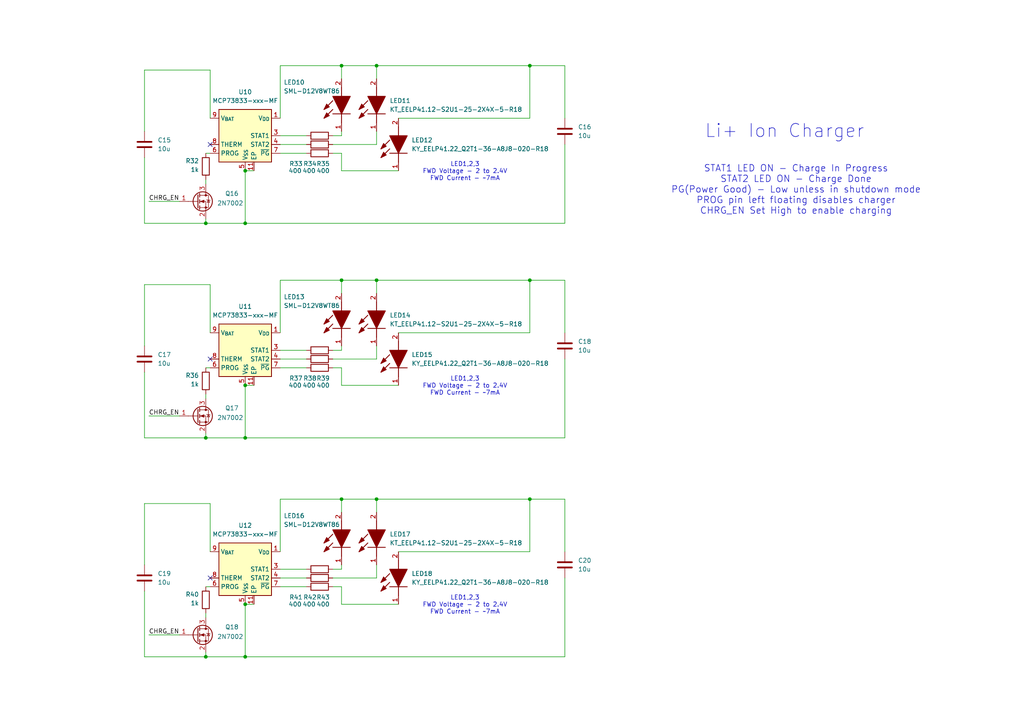
<source format=kicad_sch>
(kicad_sch (version 20231120) (generator "eeschema") (generator_version "8.0")
  (paper "A4")
  (lib_symbols
    (symbol "Battery_Management:MCP73833-xxx-MF"
      (property "Reference" "U" (at -6.35 8.89 0))
      (property "Value" "MCP73833-xxx-MF" (at 10.16 8.89 0))
      (symbol "MCP73833-xxx-MF_1_1"
        (rectangle (start -7.62 7.62) (end 7.62 -7.62) (stroke (width 0.254)) (fill (type background)))
        (pin power_in line (at -10.16 5.08 0) (length 2.54) (name "V_{DD}") (number "1"))
        (pin passive line (at 10.16 5.08 180) (length 2.54) hide (name "V_{BAT}") (number "10"))
        (pin power_in line (at -2.54 -10.16 90) (length 2.54) (name "EP") (number "11"))
        (pin passive line (at -10.16 5.08 0) (length 2.54) hide (name "V_{DD}") (number "2"))
        (pin open_collector line (at -10.16 0 0) (length 2.54) (name "STAT1") (number "3"))
        (pin open_collector line (at -10.16 -2.54 0) (length 2.54) (name "STAT2") (number "4"))
        (pin power_in line (at 0 -10.16 90) (length 2.54) (name "V_{SS}") (number "5"))
        (pin input line (at 10.16 -5.08 180) (length 2.54) (name "PROG") (number "6"))
        (pin open_collector line (at -10.16 -5.08 0) (length 2.54) (name "~{PG}") (number "7"))
        (pin passive line (at 10.16 -2.54 180) (length 2.54) (name "THERM") (number "8"))
        (pin power_out line (at 10.16 5.08 180) (length 2.54) (name "V_{BAT}") (number "9"))
      )
    )
    (symbol "Device:C" (pin_numbers hide) (pin_names (offset 0.254))
      (property "Reference" "C" (at 0.635 2.54 0))
      (property "Value" "C" (at 0.635 -2.54 0))
      (symbol "C_0_1"
        (polyline (pts (xy -2.032 -0.762) (xy 2.032 -0.762)) (stroke (width 0.508)))
        (polyline (pts (xy -2.032 0.762) (xy 2.032 0.762)) (stroke (width 0.508)))
      )
      (symbol "C_1_1"
        (pin passive line (at 0 3.81 270) (length 2.794) (name "~") (number "1"))
        (pin passive line (at 0 -3.81 90) (length 2.794) (name "~") (number "2"))
      )
    )
    (symbol "Device:R" (pin_numbers hide) (pin_names (offset 0))
      (property "Reference" "R" (at 2.032 0 90))
      (property "Value" "R" (at 0 0 90))
      (symbol "R_0_1"
        (rectangle (start -1.016 -2.54) (end 1.016 2.54) (stroke (width 0.254)))
      )
      (symbol "R_1_1"
        (pin passive line (at 0 3.81 270) (length 1.27) (name "~") (number "1"))
        (pin passive line (at 0 -3.81 90) (length 1.27) (name "~") (number "2"))
      )
    )
    (symbol "KT EELP41.12-S2U1-25-2X4X-5-R18:KT_EELP41.12-S2U1-25-2X4X-5-R18" (pin_names hide)
      (property "Reference" "LED" (at 12.7 8.89 0))
      (property "Value" "KT_EELP41.12-S2U1-25-2X4X-5-R18" (at 12.7 6.35 0))
      (symbol "KT_EELP41.12-S2U1-25-2X4X-5-R18_1_1"
        (polyline (pts (xy 2.54 0) (xy 5.08 0)) (stroke (width 0.254)))
        (polyline (pts (xy 5.08 2.54) (xy 5.08 -2.54)) (stroke (width 0.254)))
        (polyline (pts (xy 6.35 2.54) (xy 3.81 5.08)) (stroke (width 0.254)))
        (polyline (pts (xy 8.89 2.54) (xy 6.35 5.08)) (stroke (width 0.254)))
        (polyline (pts (xy 10.16 0) (xy 12.7 0)) (stroke (width 0.254)))
        (polyline (pts (xy 5.08 0) (xy 10.16 2.54) (xy 10.16 -2.54) (xy 5.08 0)) (stroke (width 0.254)) (fill (type outline)))
        (polyline (pts (xy 5.334 4.318) (xy 4.572 3.556) (xy 3.81 5.08) (xy 5.334 4.318)) (stroke (width 0.254)) (fill (type outline)))
        (polyline (pts (xy 7.874 4.318) (xy 7.112 3.556) (xy 6.35 5.08) (xy 7.874 4.318)) (stroke (width 0.254)) (fill (type outline)))
        (pin passive line (at 0 0 0) (length 2.54) (name "K") (number "1"))
        (pin passive line (at 15.24 0 180) (length 2.54) (name "A") (number "2"))
      )
    )
    (symbol "KY EELP41.22 Q2T1-36-A8J8-020-R18:KY_EELP41.22_Q2T1-36-A8J8-020-R18" (pin_names hide)
      (property "Reference" "LED" (at 12.7 8.89 0))
      (property "Value" "KY_EELP41.22_Q2T1-36-A8J8-020-R18" (at 12.7 6.35 0))
      (symbol "KY_EELP41.22_Q2T1-36-A8J8-020-R18_1_1"
        (polyline (pts (xy 2.54 0) (xy 5.08 0)) (stroke (width 0.254)))
        (polyline (pts (xy 5.08 2.54) (xy 5.08 -2.54)) (stroke (width 0.254)))
        (polyline (pts (xy 6.35 2.54) (xy 3.81 5.08)) (stroke (width 0.254)))
        (polyline (pts (xy 8.89 2.54) (xy 6.35 5.08)) (stroke (width 0.254)))
        (polyline (pts (xy 10.16 0) (xy 12.7 0)) (stroke (width 0.254)))
        (polyline (pts (xy 5.08 0) (xy 10.16 2.54) (xy 10.16 -2.54) (xy 5.08 0)) (stroke (width 0.254)) (fill (type outline)))
        (polyline (pts (xy 5.334 4.318) (xy 4.572 3.556) (xy 3.81 5.08) (xy 5.334 4.318)) (stroke (width 0.254)) (fill (type outline)))
        (polyline (pts (xy 7.874 4.318) (xy 7.112 3.556) (xy 6.35 5.08) (xy 7.874 4.318)) (stroke (width 0.254)) (fill (type outline)))
        (pin passive line (at 0 0 0) (length 2.54) (name "K") (number "1"))
        (pin passive line (at 15.24 0 180) (length 2.54) (name "A") (number "2"))
      )
    )
    (symbol "SML-D12V8WT86:SML-D12V8WT86" (pin_names hide)
      (property "Reference" "LED" (at 12.7 8.89 0))
      (property "Value" "SML-D12V8WT86" (at 12.7 6.35 0))
      (symbol "SML-D12V8WT86_1_1"
        (polyline (pts (xy 2.54 0) (xy 5.08 0)) (stroke (width 0.254)))
        (polyline (pts (xy 5.08 2.54) (xy 5.08 -2.54)) (stroke (width 0.254)))
        (polyline (pts (xy 6.35 2.54) (xy 3.81 5.08)) (stroke (width 0.254)))
        (polyline (pts (xy 8.89 2.54) (xy 6.35 5.08)) (stroke (width 0.254)))
        (polyline (pts (xy 10.16 0) (xy 12.7 0)) (stroke (width 0.254)))
        (polyline (pts (xy 5.08 0) (xy 10.16 2.54) (xy 10.16 -2.54) (xy 5.08 0)) (stroke (width 0.254)) (fill (type outline)))
        (polyline (pts (xy 5.334 4.318) (xy 4.572 3.556) (xy 3.81 5.08) (xy 5.334 4.318)) (stroke (width 0.254)) (fill (type outline)))
        (polyline (pts (xy 7.874 4.318) (xy 7.112 3.556) (xy 6.35 5.08) (xy 7.874 4.318)) (stroke (width 0.254)) (fill (type outline)))
        (pin passive line (at 0 0 0) (length 2.54) (name "K") (number "1"))
        (pin passive line (at 15.24 0 180) (length 2.54) (name "A") (number "2"))
      )
    )
    (symbol "Transistor_FET:2N7002" (pin_names hide)
      (property "Reference" "Q" (at 5.08 1.905 0))
      (property "Value" "2N7002" (at 5.08 0 0))
      (symbol "2N7002_0_1"
        (polyline (pts (xy 0.254 0) (xy -2.54 0)))
        (polyline (pts (xy 0.254 1.905) (xy 0.254 -1.905)) (stroke (width 0.254)))
        (polyline (pts (xy 0.762 -1.27) (xy 0.762 -2.286)) (stroke (width 0.254)))
        (polyline (pts (xy 0.762 0.508) (xy 0.762 -0.508)) (stroke (width 0.254)))
        (polyline (pts (xy 0.762 2.286) (xy 0.762 1.27)) (stroke (width 0.254)))
        (polyline (pts (xy 2.54 2.54) (xy 2.54 1.778)))
        (polyline (pts (xy 2.54 -2.54) (xy 2.54 0) (xy 0.762 0)))
        (polyline (pts (xy 0.762 -1.778) (xy 3.302 -1.778) (xy 3.302 1.778) (xy 0.762 1.778)))
        (polyline (pts (xy 1.016 0) (xy 2.032 0.381) (xy 2.032 -0.381) (xy 1.016 0)) (fill (type outline)))
        (polyline (pts (xy 2.794 0.508) (xy 2.921 0.381) (xy 3.683 0.381) (xy 3.81 0.254)))
        (polyline (pts (xy 3.302 0.381) (xy 2.921 -0.254) (xy 3.683 -0.254) (xy 3.302 0.381)))
        (circle (center 1.651 0) (radius 2.794) (stroke (width 0.254)))
        (circle (center 2.54 -1.778) (radius 0.254) (fill (type outline)))
        (circle (center 2.54 1.778) (radius 0.254) (fill (type outline)))
      )
      (symbol "2N7002_1_1"
        (pin input line (at -5.08 0 0) (length 2.54) (name "G") (number "1"))
        (pin passive line (at 2.54 -5.08 90) (length 2.54) (name "S") (number "2"))
        (pin passive line (at 2.54 5.08 270) (length 2.54) (name "D") (number "3"))
      )
    )
  )
  (junction (at 71.12 190.5))
  (junction (at 71.12 127))
  (junction (at 59.69 190.5))
  (junction (at 153.67 19.05))
  (junction (at 99.06 144.78))
  (junction (at 71.12 64.77))
  (junction (at 59.69 127))
  (junction (at 59.69 64.77))
  (junction (at 99.06 81.28))
  (junction (at 109.22 144.78))
  (junction (at 153.67 81.28))
  (junction (at 71.12 175.26))
  (junction (at 71.12 111.76))
  (junction (at 109.22 19.05))
  (junction (at 109.22 81.28))
  (junction (at 153.67 144.78))
  (junction (at 99.06 19.05))
  (junction (at 71.12 49.53))
  (no_connect (at 60.96 41.91))
  (no_connect (at 60.96 104.14))
  (no_connect (at 60.96 167.64))
  (wire (pts (xy 163.83 104.14) (xy 163.83 127)))
  (wire (pts (xy 60.96 146.05) (xy 60.96 160.02)))
  (wire (pts (xy 99.06 144.78) (xy 109.22 144.78)))
  (wire (pts (xy 163.83 144.78) (xy 163.83 160.02)))
  (wire (pts (xy 99.06 81.28) (xy 109.22 81.28)))
  (wire (pts (xy 81.28 39.37) (xy 88.9 39.37)))
  (wire (pts (xy 99.06 144.78) (xy 99.06 148.59)))
  (wire (pts (xy 99.06 100.33) (xy 99.06 101.6)))
  (wire (pts (xy 153.67 96.52) (xy 153.67 81.28)))
  (wire (pts (xy 60.96 82.55) (xy 60.96 96.52)))
  (wire (pts (xy 109.22 41.91) (xy 109.22 38.1)))
  (wire (pts (xy 43.18 58.42) (xy 52.07 58.42)))
  (wire (pts (xy 163.83 167.64) (xy 163.83 190.5)))
  (wire (pts (xy 153.67 19.05) (xy 163.83 19.05)))
  (wire (pts (xy 109.22 104.14) (xy 109.22 100.33)))
  (wire (pts (xy 99.06 19.05) (xy 99.06 22.86)))
  (wire (pts (xy 41.91 20.32) (xy 60.96 20.32)))
  (wire (pts (xy 153.67 81.28) (xy 109.22 81.28)))
  (wire (pts (xy 71.12 64.77) (xy 163.83 64.77)))
  (wire (pts (xy 163.83 41.91) (xy 163.83 64.77)))
  (wire (pts (xy 59.69 106.68) (xy 60.96 106.68)))
  (wire (pts (xy 81.28 104.14) (xy 88.9 104.14)))
  (wire (pts (xy 71.12 49.53) (xy 71.12 64.77)))
  (wire (pts (xy 99.06 163.83) (xy 99.06 165.1)))
  (wire (pts (xy 81.28 19.05) (xy 81.28 34.29)))
  (wire (pts (xy 81.28 165.1) (xy 88.9 165.1)))
  (wire (pts (xy 99.06 19.05) (xy 109.22 19.05)))
  (wire (pts (xy 163.83 19.05) (xy 163.83 34.29)))
  (wire (pts (xy 163.83 81.28) (xy 163.83 96.52)))
  (wire (pts (xy 41.91 82.55) (xy 41.91 100.33)))
  (wire (pts (xy 96.52 106.68) (xy 99.06 106.68)))
  (wire (pts (xy 43.18 120.65) (xy 52.07 120.65)))
  (wire (pts (xy 59.69 177.8) (xy 59.69 179.07)))
  (wire (pts (xy 43.18 184.15) (xy 52.07 184.15)))
  (wire (pts (xy 41.91 171.45) (xy 41.91 190.5)))
  (wire (pts (xy 41.91 107.95) (xy 41.91 127)))
  (wire (pts (xy 59.69 44.45) (xy 60.96 44.45)))
  (wire (pts (xy 115.57 160.02) (xy 153.67 160.02)))
  (wire (pts (xy 115.57 96.52) (xy 153.67 96.52)))
  (wire (pts (xy 96.52 44.45) (xy 99.06 44.45)))
  (wire (pts (xy 81.28 167.64) (xy 88.9 167.64)))
  (wire (pts (xy 115.57 34.29) (xy 153.67 34.29)))
  (wire (pts (xy 109.22 167.64) (xy 109.22 163.83)))
  (wire (pts (xy 99.06 175.26) (xy 115.57 175.26)))
  (wire (pts (xy 71.12 127) (xy 163.83 127)))
  (wire (pts (xy 81.28 19.05) (xy 99.06 19.05)))
  (wire (pts (xy 81.28 144.78) (xy 81.28 160.02)))
  (wire (pts (xy 41.91 20.32) (xy 41.91 38.1)))
  (wire (pts (xy 81.28 170.18) (xy 88.9 170.18)))
  (wire (pts (xy 59.69 114.3) (xy 59.69 115.57)))
  (wire (pts (xy 41.91 45.72) (xy 41.91 64.77)))
  (wire (pts (xy 109.22 19.05) (xy 109.22 22.86)))
  (wire (pts (xy 99.06 170.18) (xy 99.06 175.26)))
  (wire (pts (xy 71.12 175.26) (xy 73.66 175.26)))
  (wire (pts (xy 71.12 175.26) (xy 71.12 190.5)))
  (wire (pts (xy 96.52 167.64) (xy 109.22 167.64)))
  (wire (pts (xy 99.06 49.53) (xy 115.57 49.53)))
  (wire (pts (xy 59.69 127) (xy 71.12 127)))
  (wire (pts (xy 81.28 41.91) (xy 88.9 41.91)))
  (wire (pts (xy 81.28 81.28) (xy 99.06 81.28)))
  (wire (pts (xy 153.67 144.78) (xy 163.83 144.78)))
  (wire (pts (xy 81.28 81.28) (xy 81.28 96.52)))
  (wire (pts (xy 71.12 111.76) (xy 71.12 127)))
  (wire (pts (xy 41.91 82.55) (xy 60.96 82.55)))
  (wire (pts (xy 41.91 146.05) (xy 60.96 146.05)))
  (wire (pts (xy 109.22 81.28) (xy 109.22 85.09)))
  (wire (pts (xy 96.52 170.18) (xy 99.06 170.18)))
  (wire (pts (xy 153.67 81.28) (xy 163.83 81.28)))
  (wire (pts (xy 96.52 104.14) (xy 109.22 104.14)))
  (wire (pts (xy 99.06 111.76) (xy 115.57 111.76)))
  (wire (pts (xy 96.52 165.1) (xy 99.06 165.1)))
  (wire (pts (xy 153.67 19.05) (xy 109.22 19.05)))
  (wire (pts (xy 71.12 111.76) (xy 73.66 111.76)))
  (wire (pts (xy 59.69 52.07) (xy 59.69 53.34)))
  (wire (pts (xy 59.69 63.5) (xy 59.69 64.77)))
  (wire (pts (xy 71.12 49.53) (xy 73.66 49.53)))
  (wire (pts (xy 81.28 106.68) (xy 88.9 106.68)))
  (wire (pts (xy 41.91 190.5) (xy 59.69 190.5)))
  (wire (pts (xy 41.91 127) (xy 59.69 127)))
  (wire (pts (xy 99.06 81.28) (xy 99.06 85.09)))
  (wire (pts (xy 153.67 144.78) (xy 109.22 144.78)))
  (wire (pts (xy 81.28 44.45) (xy 88.9 44.45)))
  (wire (pts (xy 59.69 170.18) (xy 60.96 170.18)))
  (wire (pts (xy 41.91 146.05) (xy 41.91 163.83)))
  (wire (pts (xy 109.22 144.78) (xy 109.22 148.59)))
  (wire (pts (xy 59.69 64.77) (xy 71.12 64.77)))
  (wire (pts (xy 59.69 190.5) (xy 71.12 190.5)))
  (wire (pts (xy 99.06 38.1) (xy 99.06 39.37)))
  (wire (pts (xy 81.28 144.78) (xy 99.06 144.78)))
  (wire (pts (xy 99.06 44.45) (xy 99.06 49.53)))
  (wire (pts (xy 153.67 160.02) (xy 153.67 144.78)))
  (wire (pts (xy 99.06 106.68) (xy 99.06 111.76)))
  (wire (pts (xy 96.52 101.6) (xy 99.06 101.6)))
  (wire (pts (xy 59.69 189.23) (xy 59.69 190.5)))
  (wire (pts (xy 41.91 64.77) (xy 59.69 64.77)))
  (wire (pts (xy 59.69 125.73) (xy 59.69 127)))
  (wire (pts (xy 71.12 190.5) (xy 163.83 190.5)))
  (wire (pts (xy 96.52 39.37) (xy 99.06 39.37)))
  (wire (pts (xy 60.96 20.32) (xy 60.96 34.29)))
  (wire (pts (xy 96.52 41.91) (xy 109.22 41.91)))
  (wire (pts (xy 153.67 34.29) (xy 153.67 19.05)))
  (wire (pts (xy 81.28 101.6) (xy 88.9 101.6)))
  (text "LED1,2,3\nFWD Voltage - 2 to 2.4V\nFWD Current - ~7mA" (at 134.874 175.514 0) (effects (font (size 1.27 1.27))))
  (text "Li+ Ion Charger" (at 227.584 38.1 0) (effects (font (size 3.81 3.81))))
  (text "LED1,2,3\nFWD Voltage - 2 to 2.4V\nFWD Current - ~7mA" (at 134.874 112.014 0) (effects (font (size 1.27 1.27))))
  (text "STAT1 LED ON - Charge In Progress\nSTAT2 LED ON - Charge Done\nPG(Power Good) - Low unless in shutdown mode\nPROG pin left floating disables charger\nCHRG_EN Set High to enable charging" (at 230.886 55.118 0) (effects (font (size 1.905 1.905))))
  (text "LED1,2,3\nFWD Voltage - 2 to 2.4V\nFWD Current - ~7mA" (at 134.874 49.784 0) (effects (font (size 1.27 1.27))))
  (label "CHRG_EN" (at 43.18 58.42 0))
  (label "CHRG_EN" (at 43.18 184.15 0))
  (label "CHRG_EN" (at 43.18 120.65 0))
  (symbol (lib_id "Device:R") (at 92.71 41.91 90) (mirror x) (unit 1)
    (property "Reference" "R34" (at 89.916 47.498 90))
    (property "Value" "400" (at 89.662 49.53 90))
    (property "Description" "Resistor" (effects (hide yes)))
  )
  (symbol (lib_id "Device:R") (at 92.71 165.1 90) (mirror x) (unit 1)
    (property "Reference" "R41" (at 85.852 173.228 90))
    (property "Value" "400" (at 85.598 175.26 90))
    (property "Description" "Resistor" (effects (hide yes)))
  )
  (symbol (lib_id "Device:C") (at 41.91 104.14 0) (mirror y) (unit 1)
    (property "Reference" "C17" (at 45.72 102.8699 0) (effects (justify right)))
    (property "Value" "10u" (at 45.72 105.4099 0) (effects (justify right)))
    (property "Description" "Unpolarized capacitor" (effects (hide yes)))
  )
  (symbol (lib_id "Device:R") (at 92.71 39.37 90) (mirror x) (unit 1)
    (property "Reference" "R33" (at 85.852 47.498 90))
    (property "Value" "400" (at 85.598 49.53 90))
    (property "Description" "Resistor" (effects (hide yes)))
  )
  (symbol (lib_id "Battery_Management:MCP73833-xxx-MF") (at 71.12 101.6 0) (mirror y) (unit 1)
    (property "Reference" "U11" (at 71.12 88.9 0))
    (property "Value" "MCP73833-xxx-MF" (at 71.12 91.44 0))
    (property "Footprint" "Package_DFN_QFN:DFN-10-1EP_3x3mm_P0.5mm_EP1.58x2.35mm" (effects (hide yes)))
    (property "Datasheet" "https://ww1.microchip.com/downloads/aemDocuments/documents/OTH/ProductDocuments/DataSheets/22005b.pdf" (effects (hide yes)))
    (property "Description" "Stand-Alone Linear Li-Ion / Li-Polymer Charge Management Controller, DFN-10" (effects (hide yes)))
  )
  (symbol (lib_id "KT EELP41.12-S2U1-25-2X4X-5-R18:KT_EELP41.12-S2U1-25-2X4X-5-R18") (at 109.22 38.1 90) (unit 1)
    (property "Reference" "LED11" (at 113.03 29.2099 90) (effects (justify right)))
    (property "Value" "KT_EELP41.12-S2U1-25-2X4X-5-R18" (at 113.03 31.7499 90) (effects (justify right)))
    (property "Footprint" "KTEELP4112S2U1252X4X5R18" (effects (hide yes)))
    (property "Datasheet" "https://in.element14.com/ams-osram-group/kt-eelp41-12-s2u1-25-2x4x-5-r18/led-true-green-224mcd-527nm-130deg/dp/4540818" (effects (hide yes)))
    (property "Description" "LED, InGaN on Sapphire, True Green, SMD, 0603 [1608 Metric], 5 mA, 2.5 V, 527 nm" (effects (hide yes)))
    (property "Height" "0.5" (effects (hide yes)))
    (property "Mouser Part Number" "720-P4112S2U1252X4X5" (effects (hide yes)))
    (property "Mouser Price/Stock" "https://www.mouser.co.uk/ProductDetail/ams-OSRAM/KT-EELP41.12-S2U1-25-2X4X-5-R18?qs=ZcfC38r4PosnM6jzR6CYig%3D%3D" (effects (hide yes)))
    (property "Manufacturer_Name" "ams OSRAM" (effects (hide yes)))
    (property "Manufacturer_Part_Number" "KT EELP41.12-S2U1-25-2X4X-5-R18" (effects (hide yes)))
  )
  (symbol (lib_id "KT EELP41.12-S2U1-25-2X4X-5-R18:KT_EELP41.12-S2U1-25-2X4X-5-R18") (at 109.22 100.33 90) (unit 1)
    (property "Reference" "LED14" (at 113.03 91.4399 90) (effects (justify right)))
    (property "Value" "KT_EELP41.12-S2U1-25-2X4X-5-R18" (at 113.03 93.9799 90) (effects (justify right)))
    (property "Footprint" "KTEELP4112S2U1252X4X5R18" (effects (hide yes)))
    (property "Datasheet" "https://in.element14.com/ams-osram-group/kt-eelp41-12-s2u1-25-2x4x-5-r18/led-true-green-224mcd-527nm-130deg/dp/4540818" (effects (hide yes)))
    (property "Description" "LED, InGaN on Sapphire, True Green, SMD, 0603 [1608 Metric], 5 mA, 2.5 V, 527 nm" (effects (hide yes)))
    (property "Height" "0.5" (effects (hide yes)))
    (property "Mouser Part Number" "720-P4112S2U1252X4X5" (effects (hide yes)))
    (property "Mouser Price/Stock" "https://www.mouser.co.uk/ProductDetail/ams-OSRAM/KT-EELP41.12-S2U1-25-2X4X-5-R18?qs=ZcfC38r4PosnM6jzR6CYig%3D%3D" (effects (hide yes)))
    (property "Manufacturer_Name" "ams OSRAM" (effects (hide yes)))
    (property "Manufacturer_Part_Number" "KT EELP41.12-S2U1-25-2X4X-5-R18" (effects (hide yes)))
  )
  (symbol (lib_id "Device:C") (at 163.83 163.83 0) (mirror y) (unit 1)
    (property "Reference" "C20" (at 167.64 162.5599 0) (effects (justify right)))
    (property "Value" "10u" (at 167.64 165.0999 0) (effects (justify right)))
    (property "Description" "Unpolarized capacitor" (effects (hide yes)))
  )
  (symbol (lib_id "Device:R") (at 59.69 110.49 0) (mirror x) (unit 1)
    (property "Reference" "R36" (at 57.7215 108.9025 0) (effects (justify right)))
    (property "Value" "1k" (at 57.7215 111.4425 0) (effects (justify right)))
    (property "Description" "Resistor" (effects (hide yes)))
  )
  (symbol (lib_id "Device:R") (at 92.71 44.45 90) (mirror x) (unit 1)
    (property "Reference" "R35" (at 93.726 47.498 90))
    (property "Value" "400" (at 93.726 49.53 90))
    (property "Description" "Resistor" (effects (hide yes)))
  )
  (symbol (lib_id "Device:R") (at 92.71 167.64 90) (mirror x) (unit 1)
    (property "Reference" "R42" (at 89.916 173.228 90))
    (property "Value" "400" (at 89.662 175.26 90))
    (property "Description" "Resistor" (effects (hide yes)))
  )
  (symbol (lib_id "Transistor_FET:2N7002") (at 57.15 120.65 0) (unit 1)
    (property "Reference" "Q17" (at 65.278 118.364 0) (effects (justify left)))
    (property "Value" "2N7002" (at 62.992 121.158 0) (effects (justify left)))
    (property "Footprint" "Package_TO_SOT_SMD:SOT-23" (effects (hide yes)))
    (property "Datasheet" "https://www.onsemi.com/pub/Collateral/NDS7002A-D.PDF" (effects (hide yes)))
    (property "Description" "0.115A Id, 60V Vds, N-Channel MOSFET, SOT-23" (effects (hide yes)))
  )
  (symbol (lib_id "KY EELP41.22 Q2T1-36-A8J8-020-R18:KY_EELP41.22_Q2T1-36-A8J8-020-R18") (at 115.57 49.53 90) (unit 1)
    (property "Reference" "LED12" (at 119.38 40.6399 90) (effects (justify right)))
    (property "Value" "KY_EELP41.22_Q2T1-36-A8J8-020-R18" (at 119.38 43.1799 90) (effects (justify right)))
    (property "Footprint" "KYEELP4122Q2T136A8J8020R18" (effects (hide yes)))
    (property "Datasheet" "https://look.ams-osram.com/m/5a0070c0ca8e7419/original/KY-EELP41-22.pdf" (effects (hide yes)))
    (property "Description" "LED, InGaAlP, Yellow, SMD, 0603 [1608 Metric], 20 mA, 2 V, 589 nm" (effects (hide yes)))
    (property "Height" "0.5" (effects (hide yes)))
    (property "Mouser Part Number" "720-P412Q2T136A8J802" (effects (hide yes)))
    (property "Mouser Price/Stock" "https://www.mouser.co.uk/ProductDetail/ams-OSRAM/KY-EELP41.22-Q2T1-36-A8J8-020-R18?qs=ZcfC38r4PotaNlE530FL%252BQ%3D%3D" (effects (hide yes)))
    (property "Manufacturer_Name" "ams OSRAM" (effects (hide yes)))
    (property "Manufacturer_Part_Number" "KY EELP41.22 Q2T1-36-A8J8-020-R18" (effects (hide yes)))
  )
  (symbol (lib_id "KY EELP41.22 Q2T1-36-A8J8-020-R18:KY_EELP41.22_Q2T1-36-A8J8-020-R18") (at 115.57 111.76 90) (unit 1)
    (property "Reference" "LED15" (at 119.38 102.8699 90) (effects (justify right)))
    (property "Value" "KY_EELP41.22_Q2T1-36-A8J8-020-R18" (at 119.38 105.4099 90) (effects (justify right)))
    (property "Footprint" "KYEELP4122Q2T136A8J8020R18" (effects (hide yes)))
    (property "Datasheet" "https://look.ams-osram.com/m/5a0070c0ca8e7419/original/KY-EELP41-22.pdf" (effects (hide yes)))
    (property "Description" "LED, InGaAlP, Yellow, SMD, 0603 [1608 Metric], 20 mA, 2 V, 589 nm" (effects (hide yes)))
    (property "Height" "0.5" (effects (hide yes)))
    (property "Mouser Part Number" "720-P412Q2T136A8J802" (effects (hide yes)))
    (property "Mouser Price/Stock" "https://www.mouser.co.uk/ProductDetail/ams-OSRAM/KY-EELP41.22-Q2T1-36-A8J8-020-R18?qs=ZcfC38r4PotaNlE530FL%252BQ%3D%3D" (effects (hide yes)))
    (property "Manufacturer_Name" "ams OSRAM" (effects (hide yes)))
    (property "Manufacturer_Part_Number" "KY EELP41.22 Q2T1-36-A8J8-020-R18" (effects (hide yes)))
  )
  (symbol (lib_id "Device:R") (at 92.71 101.6 90) (mirror x) (unit 1)
    (property "Reference" "R37" (at 85.852 109.728 90))
    (property "Value" "400" (at 85.598 111.76 90))
    (property "Description" "Resistor" (effects (hide yes)))
  )
  (symbol (lib_id "SML-D12V8WT86:SML-D12V8WT86") (at 99.06 38.1 90) (unit 1)
    (property "Reference" "LED10" (at 82.296 23.876 90) (effects (justify right)))
    (property "Value" "SML-D12V8WT86" (at 82.296 26.416 90) (effects (justify right)))
    (property "Footprint" "SMLD12V8WT86" (effects (hide yes)))
    (property "Datasheet" "https://www.rohm.com/datasheet?p=SML-D12V8W&dist=Digi-key&media=referral&source=digi-key.com&campaign=Digi-key" (effects (hide yes)))
    (property "Description" "Red 630nm LED Indication - Discrete 2.2V 0603 (1608 Metric)" (effects (hide yes)))
    (property "Height" "0.65" (effects (hide yes)))
    (property "Mouser Part Number" "755-SML-D12V8WT86" (effects (hide yes)))
    (property "Mouser Price/Stock" "https://www.mouser.co.uk/ProductDetail/ROHM-Semiconductor/SML-D12V8WT86?qs=4kLU8WoGk0uh2PhEoCCv1w%3D%3D" (effects (hide yes)))
    (property "Manufacturer_Name" "ROHM Semiconductor" (effects (hide yes)))
    (property "Manufacturer_Part_Number" "SML-D12V8WT86" (effects (hide yes)))
  )
  (symbol (lib_id "Device:R") (at 92.71 104.14 90) (mirror x) (unit 1)
    (property "Reference" "R38" (at 89.916 109.728 90))
    (property "Value" "400" (at 89.662 111.76 90))
    (property "Description" "Resistor" (effects (hide yes)))
  )
  (symbol (lib_id "Battery_Management:MCP73833-xxx-MF") (at 71.12 165.1 0) (mirror y) (unit 1)
    (property "Reference" "U12" (at 71.12 152.4 0))
    (property "Value" "MCP73833-xxx-MF" (at 71.12 154.94 0))
    (property "Footprint" "Package_DFN_QFN:DFN-10-1EP_3x3mm_P0.5mm_EP1.58x2.35mm" (effects (hide yes)))
    (property "Datasheet" "https://ww1.microchip.com/downloads/aemDocuments/documents/OTH/ProductDocuments/DataSheets/22005b.pdf" (effects (hide yes)))
    (property "Description" "Stand-Alone Linear Li-Ion / Li-Polymer Charge Management Controller, DFN-10" (effects (hide yes)))
  )
  (symbol (lib_id "KT EELP41.12-S2U1-25-2X4X-5-R18:KT_EELP41.12-S2U1-25-2X4X-5-R18") (at 109.22 163.83 90) (unit 1)
    (property "Reference" "LED17" (at 113.03 154.9399 90) (effects (justify right)))
    (property "Value" "KT_EELP41.12-S2U1-25-2X4X-5-R18" (at 113.03 157.4799 90) (effects (justify right)))
    (property "Footprint" "KTEELP4112S2U1252X4X5R18" (effects (hide yes)))
    (property "Datasheet" "https://in.element14.com/ams-osram-group/kt-eelp41-12-s2u1-25-2x4x-5-r18/led-true-green-224mcd-527nm-130deg/dp/4540818" (effects (hide yes)))
    (property "Description" "LED, InGaN on Sapphire, True Green, SMD, 0603 [1608 Metric], 5 mA, 2.5 V, 527 nm" (effects (hide yes)))
    (property "Height" "0.5" (effects (hide yes)))
    (property "Mouser Part Number" "720-P4112S2U1252X4X5" (effects (hide yes)))
    (property "Mouser Price/Stock" "https://www.mouser.co.uk/ProductDetail/ams-OSRAM/KT-EELP41.12-S2U1-25-2X4X-5-R18?qs=ZcfC38r4PosnM6jzR6CYig%3D%3D" (effects (hide yes)))
    (property "Manufacturer_Name" "ams OSRAM" (effects (hide yes)))
    (property "Manufacturer_Part_Number" "KT EELP41.12-S2U1-25-2X4X-5-R18" (effects (hide yes)))
  )
  (symbol (lib_id "SML-D12V8WT86:SML-D12V8WT86") (at 99.06 163.83 90) (unit 1)
    (property "Reference" "LED16" (at 82.296 149.606 90) (effects (justify right)))
    (property "Value" "SML-D12V8WT86" (at 82.296 152.146 90) (effects (justify right)))
    (property "Footprint" "SMLD12V8WT86" (effects (hide yes)))
    (property "Datasheet" "https://www.rohm.com/datasheet?p=SML-D12V8W&dist=Digi-key&media=referral&source=digi-key.com&campaign=Digi-key" (effects (hide yes)))
    (property "Description" "Red 630nm LED Indication - Discrete 2.2V 0603 (1608 Metric)" (effects (hide yes)))
    (property "Height" "0.65" (effects (hide yes)))
    (property "Mouser Part Number" "755-SML-D12V8WT86" (effects (hide yes)))
    (property "Mouser Price/Stock" "https://www.mouser.co.uk/ProductDetail/ROHM-Semiconductor/SML-D12V8WT86?qs=4kLU8WoGk0uh2PhEoCCv1w%3D%3D" (effects (hide yes)))
    (property "Manufacturer_Name" "ROHM Semiconductor" (effects (hide yes)))
    (property "Manufacturer_Part_Number" "SML-D12V8WT86" (effects (hide yes)))
  )
  (symbol (lib_id "Device:C") (at 41.91 167.64 0) (mirror y) (unit 1)
    (property "Reference" "C19" (at 45.72 166.3699 0) (effects (justify right)))
    (property "Value" "10u" (at 45.72 168.9099 0) (effects (justify right)))
    (property "Description" "Unpolarized capacitor" (effects (hide yes)))
  )
  (symbol (lib_id "Device:R") (at 59.69 48.26 0) (mirror x) (unit 1)
    (property "Reference" "R32" (at 57.7215 46.6725 0) (effects (justify right)))
    (property "Value" "1k" (at 57.7215 49.2125 0) (effects (justify right)))
    (property "Description" "Resistor" (effects (hide yes)))
  )
  (symbol (lib_id "Device:R") (at 59.69 173.99 0) (mirror x) (unit 1)
    (property "Reference" "R40" (at 57.7215 172.4025 0) (effects (justify right)))
    (property "Value" "1k" (at 57.7215 174.9425 0) (effects (justify right)))
    (property "Description" "Resistor" (effects (hide yes)))
  )
  (symbol (lib_id "Device:R") (at 92.71 106.68 90) (mirror x) (unit 1)
    (property "Reference" "R39" (at 93.726 109.728 90))
    (property "Value" "400" (at 93.726 111.76 90))
    (property "Description" "Resistor" (effects (hide yes)))
  )
  (symbol (lib_id "Transistor_FET:2N7002") (at 57.15 58.42 0) (unit 1)
    (property "Reference" "Q16" (at 65.278 56.134 0) (effects (justify left)))
    (property "Value" "2N7002" (at 62.992 58.928 0) (effects (justify left)))
    (property "Footprint" "Package_TO_SOT_SMD:SOT-23" (effects (hide yes)))
    (property "Datasheet" "https://www.onsemi.com/pub/Collateral/NDS7002A-D.PDF" (effects (hide yes)))
    (property "Description" "0.115A Id, 60V Vds, N-Channel MOSFET, SOT-23" (effects (hide yes)))
  )
  (symbol (lib_id "KY EELP41.22 Q2T1-36-A8J8-020-R18:KY_EELP41.22_Q2T1-36-A8J8-020-R18") (at 115.57 175.26 90) (unit 1)
    (property "Reference" "LED18" (at 119.38 166.3699 90) (effects (justify right)))
    (property "Value" "KY_EELP41.22_Q2T1-36-A8J8-020-R18" (at 119.38 168.9099 90) (effects (justify right)))
    (property "Footprint" "KYEELP4122Q2T136A8J8020R18" (effects (hide yes)))
    (property "Datasheet" "https://look.ams-osram.com/m/5a0070c0ca8e7419/original/KY-EELP41-22.pdf" (effects (hide yes)))
    (property "Description" "LED, InGaAlP, Yellow, SMD, 0603 [1608 Metric], 20 mA, 2 V, 589 nm" (effects (hide yes)))
    (property "Height" "0.5" (effects (hide yes)))
    (property "Mouser Part Number" "720-P412Q2T136A8J802" (effects (hide yes)))
    (property "Mouser Price/Stock" "https://www.mouser.co.uk/ProductDetail/ams-OSRAM/KY-EELP41.22-Q2T1-36-A8J8-020-R18?qs=ZcfC38r4PotaNlE530FL%252BQ%3D%3D" (effects (hide yes)))
    (property "Manufacturer_Name" "ams OSRAM" (effects (hide yes)))
    (property "Manufacturer_Part_Number" "KY EELP41.22 Q2T1-36-A8J8-020-R18" (effects (hide yes)))
  )
  (symbol (lib_id "Device:C") (at 41.91 41.91 0) (mirror y) (unit 1)
    (property "Reference" "C15" (at 45.72 40.6399 0) (effects (justify right)))
    (property "Value" "10u" (at 45.72 43.1799 0) (effects (justify right)))
    (property "Description" "Unpolarized capacitor" (effects (hide yes)))
  )
  (symbol (lib_id "Transistor_FET:2N7002") (at 57.15 184.15 0) (unit 1)
    (property "Reference" "Q18" (at 65.278 181.864 0) (effects (justify left)))
    (property "Value" "2N7002" (at 62.992 184.658 0) (effects (justify left)))
    (property "Footprint" "Package_TO_SOT_SMD:SOT-23" (effects (hide yes)))
    (property "Datasheet" "https://www.onsemi.com/pub/Collateral/NDS7002A-D.PDF" (effects (hide yes)))
    (property "Description" "0.115A Id, 60V Vds, N-Channel MOSFET, SOT-23" (effects (hide yes)))
  )
  (symbol (lib_id "SML-D12V8WT86:SML-D12V8WT86") (at 99.06 100.33 90) (unit 1)
    (property "Reference" "LED13" (at 82.296 86.106 90) (effects (justify right)))
    (property "Value" "SML-D12V8WT86" (at 82.296 88.646 90) (effects (justify right)))
    (property "Footprint" "SMLD12V8WT86" (effects (hide yes)))
    (property "Datasheet" "https://www.rohm.com/datasheet?p=SML-D12V8W&dist=Digi-key&media=referral&source=digi-key.com&campaign=Digi-key" (effects (hide yes)))
    (property "Description" "Red 630nm LED Indication - Discrete 2.2V 0603 (1608 Metric)" (effects (hide yes)))
    (property "Height" "0.65" (effects (hide yes)))
    (property "Mouser Part Number" "755-SML-D12V8WT86" (effects (hide yes)))
    (property "Mouser Price/Stock" "https://www.mouser.co.uk/ProductDetail/ROHM-Semiconductor/SML-D12V8WT86?qs=4kLU8WoGk0uh2PhEoCCv1w%3D%3D" (effects (hide yes)))
    (property "Manufacturer_Name" "ROHM Semiconductor" (effects (hide yes)))
    (property "Manufacturer_Part_Number" "SML-D12V8WT86" (effects (hide yes)))
  )
  (symbol (lib_id "Battery_Management:MCP73833-xxx-MF") (at 71.12 39.37 0) (mirror y) (unit 1)
    (property "Reference" "U10" (at 71.12 26.67 0))
    (property "Value" "MCP73833-xxx-MF" (at 71.12 29.21 0))
    (property "Footprint" "Package_DFN_QFN:DFN-10-1EP_3x3mm_P0.5mm_EP1.58x2.35mm" (effects (hide yes)))
    (property "Datasheet" "https://ww1.microchip.com/downloads/aemDocuments/documents/OTH/ProductDocuments/DataSheets/22005b.pdf" (effects (hide yes)))
    (property "Description" "Stand-Alone Linear Li-Ion / Li-Polymer Charge Management Controller, DFN-10" (effects (hide yes)))
  )
  (symbol (lib_id "Device:C") (at 163.83 38.1 0) (mirror y) (unit 1)
    (property "Reference" "C16" (at 167.64 36.8299 0) (effects (justify right)))
    (property "Value" "10u" (at 167.64 39.3699 0) (effects (justify right)))
    (property "Description" "Unpolarized capacitor" (effects (hide yes)))
  )
  (symbol (lib_id "Device:C") (at 163.83 100.33 0) (mirror y) (unit 1)
    (property "Reference" "C18" (at 167.64 99.0599 0) (effects (justify right)))
    (property "Value" "10u" (at 167.64 101.5999 0) (effects (justify right)))
    (property "Description" "Unpolarized capacitor" (effects (hide yes)))
  )
  (symbol (lib_id "Device:R") (at 92.71 170.18 90) (mirror x) (unit 1)
    (property "Reference" "R43" (at 93.726 173.228 90))
    (property "Value" "400" (at 93.726 175.26 90))
    (property "Description" "Resistor" (effects (hide yes)))
  )
)
</source>
